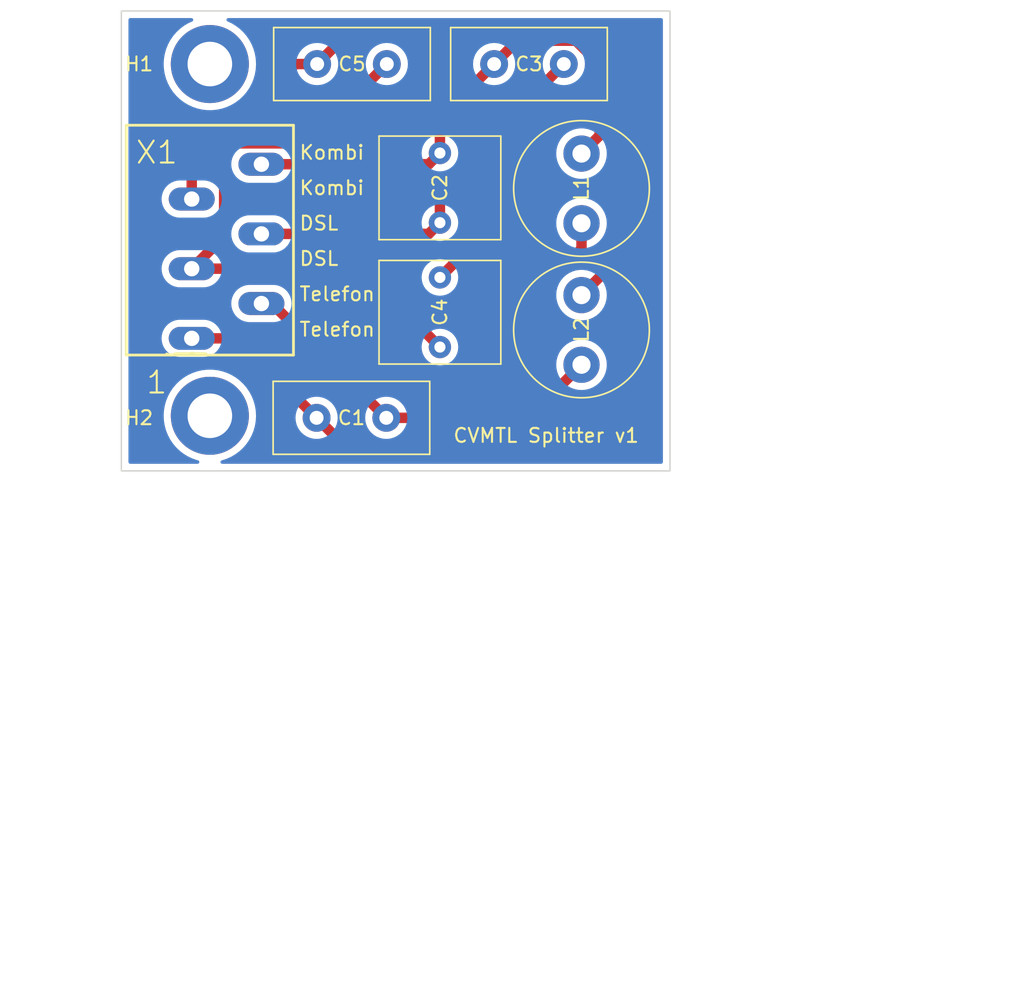
<source format=kicad_pcb>
(kicad_pcb (version 20211014) (generator pcbnew)
  (layers (0 "F.Cu" signal) (31 "B.Cu" signal) (34 "B.Paste" user) (35 "F.Paste" user) (36 "B.SilkS" user "B.Silkscreen") (37 "F.SilkS" user "F.Silkscreen") (38 "B.Mask" user) (39 "F.Mask" user) (44 "Edge.Cuts" user))
  (net 0 "")
  (net 1 "Net-(C1-Pad1)")
  (net 2 "Net-(C1-Pad2)")
  (net 3 "Net-(C2-Pad1)")
  (net 4 "Net-(C2-Pad2)")
  (net 5 "Net-(C4-Pad1)")
  (net 6 "Net-(C4-Pad2)")
  (footprint "Capacitor_THT:C_Rect_L7.2mm_W8.5mm_P5.00mm_FKP2_FKP2_MKS2_MKP2" (layer "F.Cu") (at 128.27 95.21 90)
    (fp_text reference "C2" (at 2.5 0 90) (layer "F.SilkS"))
    (fp_text value "22nF")
    (fp_line (start 6.22 -4.37) (end 6.22 4.37) (layer "F.SilkS") (width 0.12))
    (fp_line (start -1.22 -4.37) (end 6.22 -4.37) (layer "F.SilkS") (width 0.12))
    (fp_line (start -1.22 4.37) (end 6.22 4.37) (layer "F.SilkS") (width 0.12))
    (fp_line (start -1.22 -4.37) (end -1.22 4.37) (layer "F.SilkS") (width 0.12))
    (pad "1" thru_hole circle (at 0 0 90) (size 1.6 1.6) (drill 0.8) (layers *.Cu *.Mask) (net 3 "Net-(C2-Pad1)"))
    (pad "2" thru_hole circle (at 5 0 90) (size 1.6 1.6) (drill 0.8) (layers *.Cu *.Mask) (net 4 "Net-(C2-Pad2)"))
  )
  (footprint "MountingHole:MountingHole_3.2mm_M3_DIN965_Pad_TopBottom" (layer "F.Cu") (at 111.76 109.07271)
    (fp_text reference "H2" (at -5.08 0.14729) (layer "F.SilkS"))
    (fp_text value "MountingHole")
    (pad "1" thru_hole circle (at 0 0) (size 3.6 3.6) (drill 3.2) (layers *.Cu *.Mask))
    (pad "1" connect circle (at 0 0) (size 5.6 5.6) (layers "B.Cu" "B.Mask"))
    (pad "1" connect circle (at 0 0) (size 5.6 5.6) (layers "F.Cu" "F.Mask"))
  )
  (footprint "MountingHole:MountingHole_3.2mm_M3_DIN965_Pad_TopBottom" (layer "F.Cu") (at 111.76 83.82)
    (fp_text reference "H1" (at -5.08 0) (layer "F.SilkS"))
    (fp_text value "MountingHole")
    (pad "1" connect circle (at 0 0) (size 5.6 5.6) (layers "B.Cu" "B.Mask"))
    (pad "1" connect circle (at 0 0) (size 5.6 5.6) (layers "F.Cu" "F.Mask"))
    (pad "1" thru_hole circle (at 0 0) (size 3.6 3.6) (drill 3.2) (layers *.Cu *.Mask))
  )
  (footprint "Inductor_THT:L_Radial_D9.5mm_P5.00mm_Fastron_07HVP" (layer "F.Cu") (at 138.43 105.41 90)
    (fp_text reference "L2" (at 2.5 0 90) (layer "F.SilkS"))
    (fp_text value "470uH")
    (fp_circle (center 2.5 0) (end 7.37 0) (layer "F.SilkS") (width 0.12) (fill none))
    (pad "1" thru_hole circle (at 0 0 90) (size 2.6 2.6) (drill 1.3) (layers *.Cu *.Mask) (net 1 "Net-(C1-Pad1)"))
    (pad "2" thru_hole circle (at 5 0 90) (size 2.6 2.6) (drill 1.3) (layers *.Cu *.Mask) (net 6 "Net-(C4-Pad2)"))
  )
  (footprint "Capacitor_THT:C_Disc_D11.0mm_W5.0mm_P5.00mm" (layer "F.Cu") (at 119.42 109.22)
    (fp_text reference "C1" (at 2.5 0) (layer "F.SilkS"))
    (fp_text value "2.2nF")
    (fp_line (start 8.12 -2.62) (end 8.12 2.62) (layer "F.SilkS") (width 0.12))
    (fp_line (start -3.12 -2.62) (end 8.12 -2.62) (layer "F.SilkS") (width 0.12))
    (fp_line (start -3.12 -2.62) (end -3.12 2.62) (layer "F.SilkS") (width 0.12))
    (fp_line (start -3.12 2.62) (end 8.12 2.62) (layer "F.SilkS") (width 0.12))
    (pad "1" thru_hole circle (at 0 0) (size 2 2) (drill 1) (layers *.Cu *.Mask) (net 1 "Net-(C1-Pad1)"))
    (pad "2" thru_hole circle (at 5 0) (size 2 2) (drill 1) (layers *.Cu *.Mask) (net 2 "Net-(C1-Pad2)"))
  )
  (footprint "wago:P-250-406" (layer "F.Cu") (at 111.76 96.52 180)
    (fp_text reference "X1" (at 3.81 6.35) (layer "F.SilkS") (effects (font (size 1.576913 1.576913))))
    (fp_text value "250-406/000-012")
    (fp_text user "1" (at 3.81 -10.16) (layer "F.SilkS") (effects (font (size 1.575409 1.575409))))
    (fp_line (start 1.238 -8.0806) (end 1.2276 -8.0824) (layer "F.SilkS") (width 0.2))
    (fp_line (start 1.3091 -8.0765) (end 1.2992 -8.0743) (layer "F.SilkS") (width 0.2))
    (fp_line (start 1.4426 -8.0935) (end 1.4347 -8.0933) (layer "F.SilkS") (width 0.2))
    (fp_line (start -6 -8.1935) (end -6 8.3065) (layer "F.SilkS") (width 0.2))
    (fp_line (start 1.4266 -8.0931) (end 1.4226 -8.0929) (layer "F.SilkS") (width 0.2))
    (fp_line (start 1.1743 -8.0895) (end 1.1636 -8.0905) (layer "F.SilkS") (width 0.2))
    (fp_line (start 1.1904 -8.0877) (end 1.1851 -8.0884) (layer "F.SilkS") (width 0.2))
    (fp_line (start 1.4464 -8.1935) (end -6 -8.1935) (layer "F.SilkS") (width 0.2))
    (fp_line (start 2.6116 -8.1648) (end 2.7763 -8.1931) (layer "F.SilkS") (width 0.2))
    (fp_line (start 1.4464 -8.0935) (end 2.4536 -8.0935) (layer "F.SilkS") (width 0.2))
    (fp_line (start 1.1202 -8.0931) (end 1.1093 -8.0933) (layer "F.SilkS") (width 0.2))
    (fp_line (start 0.3 -8.0935) (end 1.0929 -8.0935) (layer "F.SilkS") (width 0.2))
    (fp_line (start 1.3661 -8.0871) (end 1.3569 -8.0857) (layer "F.SilkS") (width 0.2))
    (fp_line (start 1.0983 -8.0935) (end 1.0929 -8.0935) (layer "F.SilkS") (width 0.2))
    (fp_line (start 1.4347 -8.0933) (end 1.4266 -8.0931) (layer "F.SilkS") (width 0.2))
    (fp_line (start 1.4226 -8.0929) (end 1.4184 -8.0926) (layer "F.SilkS") (width 0.2))
    (fp_line (start 1.2842 -8.0707) (end 1.2792 -8.0719) (layer "F.SilkS") (width 0.2))
    (fp_line (start 1.1256 -8.0929) (end 1.1202 -8.0931) (layer "F.SilkS") (width 0.2))
    (fp_line (start -6 8.3065) (end 6 8.3065) (layer "F.SilkS") (width 0.2))
    (fp_line (start 1.3476 -8.0841) (end 1.3382 -8.0824) (layer "F.SilkS") (width 0.2))
    (fp_line (start 1.2792 -8.0719) (end 1.269 -8.0743) (layer "F.SilkS") (width 0.2))
    (fp_line (start 1.4184 -8.0926) (end 1.4101 -8.0921) (layer "F.SilkS") (width 0.2))
    (fp_line (start 1.269 -8.0743) (end 1.2588 -8.0765) (layer "F.SilkS") (width 0.2))
    (fp_line (start 1.2992 -8.0743) (end 1.2893 -8.0719) (layer "F.SilkS") (width 0.2))
    (fp_line (start 1.131 -8.0926) (end 1.1256 -8.0929) (layer "F.SilkS") (width 0.2))
    (fp_line (start 1.2064 -8.0857) (end 1.1958 -8.0871) (layer "F.SilkS") (width 0.2))
    (fp_line (start 6 -8.1935) (end 6 8.3065) (layer "F.SilkS") (width 0.2))
    (fp_line (start 1.2276 -8.0824) (end 1.217 -8.0841) (layer "F.SilkS") (width 0.2))
    (fp_line (start 1.2536 -8.0776) (end 1.238 -8.0806) (layer "F.SilkS") (width 0.2))
    (fp_line (start 1.3752 -8.0884) (end 1.3707 -8.0877) (layer "F.SilkS") (width 0.2))
    (fp_line (start 1.2588 -8.0765) (end 1.2536 -8.0776) (layer "F.SilkS") (width 0.2))
    (fp_line (start 1.3286 -8.0806) (end 1.3189 -8.0786) (layer "F.SilkS") (width 0.2))
    (fp_line (start 1.4464 -8.1935) (end 1.4464 -8.0935) (layer "F.SilkS") (width 0.2))
    (fp_line (start 2.9418 -8.1773) (end 3.1023 -8.1181) (layer "F.SilkS") (width 0.2))
    (fp_line (start 1.2893 -8.0719) (end 1.2842 -8.0707) (layer "F.SilkS") (width 0.2))
    (fp_line (start 1.3841 -8.0895) (end 1.3752 -8.0884) (layer "F.SilkS") (width 0.2))
    (fp_line (start 2.4536 -8.0935) (end 2.6116 -8.1648) (layer "F.SilkS") (width 0.2))
    (fp_line (start 1.1093 -8.0933) (end 1.0983 -8.0935) (layer "F.SilkS") (width 0.2))
    (fp_line (start 1.1958 -8.0871) (end 1.1904 -8.0877) (layer "F.SilkS") (width 0.2))
    (fp_line (start 1.217 -8.0841) (end 1.2064 -8.0857) (layer "F.SilkS") (width 0.2))
    (fp_line (start 1.3382 -8.0824) (end 1.3286 -8.0806) (layer "F.SilkS") (width 0.2))
    (fp_line (start 2.7763 -8.1931) (end 2.9418 -8.1773) (layer "F.SilkS") (width 0.2))
    (fp_line (start 1.314 -8.0776) (end 1.3091 -8.0765) (layer "F.SilkS") (width 0.2))
    (fp_line (start 1.4464 -8.0935) (end 1.4426 -8.0935) (layer "F.SilkS") (width 0.2))
    (fp_line (start 1.3569 -8.0857) (end 1.3476 -8.0841) (layer "F.SilkS") (width 0.2))
    (fp_line (start 1.0929 -8.1935) (end 1.0929 -8.0935) (layer "F.SilkS") (width 0.2))
    (fp_line (start 1.4016 -8.0913) (end 1.3929 -8.0905) (layer "F.SilkS") (width 0.2))
    (fp_line (start 1.1419 -8.0921) (end 1.131 -8.0926) (layer "F.SilkS") (width 0.2))
    (fp_line (start 1.1851 -8.0884) (end 1.1743 -8.0895) (layer "F.SilkS") (width 0.2))
    (fp_line (start 1.4101 -8.0921) (end 1.4016 -8.0913) (layer "F.SilkS") (width 0.2))
    (fp_line (start 1.1636 -8.0905) (end 1.1527 -8.0913) (layer "F.SilkS") (width 0.2))
    (fp_line (start 6 -8.1935) (end 1.4464 -8.1935) (layer "F.SilkS") (width 0.2))
    (fp_line (start 1.3707 -8.0877) (end 1.3661 -8.0871) (layer "F.SilkS") (width 0.2))
    (fp_line (start 1.3929 -8.0905) (end 1.3841 -8.0895) (layer "F.SilkS") (width 0.2))
    (fp_line (start 1.1527 -8.0913) (end 1.1419 -8.0921) (layer "F.SilkS") (width 0.2))
    (fp_line (start 1.3189 -8.0786) (end 1.314 -8.0776) (layer "F.SilkS") (width 0.2))
    (pad "L1" thru_hole oval locked (at 1.3 -6.9935 180) (size 3.3 1.65) (drill 1.1) (layers *.Cu *.Mask) (net 1 "Net-(C1-Pad1)"))
    (pad "L2" thru_hole oval locked (at -3.7 -4.4935 180) (size 3.3 1.65) (drill 1.1) (layers *.Cu *.Mask) (net 2 "Net-(C1-Pad2)"))
    (pad "L3" thru_hole oval locked (at 1.3 -1.9935 180) (size 3.3 1.65) (drill 1.1) (layers *.Cu *.Mask) (net 5 "Net-(C4-Pad1)"))
    (pad "L4" thru_hole oval locked (at -3.7 0.5065 180) (size 3.3 1.65) (drill 1.1) (layers *.Cu *.Mask) (net 3 "Net-(C2-Pad1)"))
    (pad "L5" thru_hole oval locked (at 1.3 3.0065 180) (size 3.3 1.65) (drill 1.1) (layers *.Cu *.Mask) (net 6 "Net-(C4-Pad2)"))
    (pad "L6" thru_hole oval locked (at -3.7 5.5065 180) (size 3.3 1.65) (drill 1.1) (layers *.Cu *.Mask) (net 4 "Net-(C2-Pad2)"))
  )
  (footprint "Capacitor_THT:C_Disc_D11.0mm_W5.0mm_P5.00mm" (layer "F.Cu") (at 124.46 83.82 180)
    (fp_text reference "C5" (at 2.5 0) (layer "F.SilkS"))
    (fp_text value "4.7nF")
    (fp_line (start -3.12 2.62) (end 8.12 2.62) (layer "F.SilkS") (width 0.12))
    (fp_line (start 8.12 -2.62) (end 8.12 2.62) (layer "F.SilkS") (width 0.12))
    (fp_line (start -3.12 -2.62) (end -3.12 2.62) (layer "F.SilkS") (width 0.12))
    (fp_line (start -3.12 -2.62) (end 8.12 -2.62) (layer "F.SilkS") (width 0.12))
    (pad "1" thru_hole circle (at 0 0 180) (size 2 2) (drill 1) (layers *.Cu *.Mask) (net 5 "Net-(C4-Pad1)"))
    (pad "2" thru_hole circle (at 5 0 180) (size 2 2) (drill 1) (layers *.Cu *.Mask) (net 6 "Net-(C4-Pad2)"))
  )
  (footprint "Capacitor_THT:C_Disc_D11.0mm_W5.0mm_P5.00mm" (layer "F.Cu") (at 137.16 83.82 180)
    (fp_text reference "C3" (at 2.5 0) (layer "F.SilkS"))
    (fp_text value "4.7nF")
    (fp_line (start -3.12 -2.62) (end 8.12 -2.62) (layer "F.SilkS") (width 0.12))
    (fp_line (start -3.12 -2.62) (end -3.12 2.62) (layer "F.SilkS") (width 0.12))
    (fp_line (start 8.12 -2.62) (end 8.12 2.62) (layer "F.SilkS") (width 0.12))
    (fp_line (start -3.12 2.62) (end 8.12 2.62) (layer "F.SilkS") (width 0.12))
    (pad "1" thru_hole circle (at 0 0 180) (size 2 2) (drill 1) (layers *.Cu *.Mask) (net 3 "Net-(C2-Pad1)"))
    (pad "2" thru_hole circle (at 5 0 180) (size 2 2) (drill 1) (layers *.Cu *.Mask) (net 4 "Net-(C2-Pad2)"))
  )
  (footprint "Capacitor_THT:C_Rect_L7.2mm_W8.5mm_P5.00mm_FKP2_FKP2_MKS2_MKP2" (layer "F.Cu") (at 128.27 104.14 90)
    (fp_text reference "C4" (at 2.5 0 90) (layer "F.SilkS"))
    (fp_text value "22nF")
    (fp_line (start -1.22 4.37) (end 6.22 4.37) (layer "F.SilkS") (width 0.12))
    (fp_line (start 6.22 -4.37) (end 6.22 4.37) (layer "F.SilkS") (width 0.12))
    (fp_line (start -1.22 -4.37) (end -1.22 4.37) (layer "F.SilkS") (width 0.12))
    (fp_line (start -1.22 -4.37) (end 6.22 -4.37) (layer "F.SilkS") (width 0.12))
    (pad "1" thru_hole circle (at 0 0 90) (size 1.6 1.6) (drill 0.8) (layers *.Cu *.Mask) (net 5 "Net-(C4-Pad1)"))
    (pad "2" thru_hole circle (at 5 0 90) (size 1.6 1.6) (drill 0.8) (layers *.Cu *.Mask) (net 6 "Net-(C4-Pad2)"))
  )
  (footprint "Inductor_THT:L_Radial_D9.5mm_P5.00mm_Fastron_07HVP" (layer "F.Cu") (at 138.43 95.25 90)
    (fp_text reference "L1" (at 2.5 0 90) (layer "F.SilkS"))
    (fp_text value "470uH")
    (fp_circle (center 2.5 0) (end 7.37 0) (layer "F.SilkS") (width 0.12) (fill none))
    (pad "1" thru_hole circle (at 0 0 90) (size 2.6 2.6) (drill 1.3) (layers *.Cu *.Mask) (net 2 "Net-(C1-Pad2)"))
    (pad "2" thru_hole circle (at 5 0 90) (size 2.6 2.6) (drill 1.3) (layers *.Cu *.Mask) (net 4 "Net-(C2-Pad2)"))
  )
  (gr_rect (start 105.41 80.01) (end 144.78 113.03) (layer "Edge.Cuts") (width 0.1) (fill none))
  (gr_text "Telefon" (at 118.11 100.33) (layer "F.SilkS") (effects (font (size 1 1)) (justify left)))
  (gr_text "CVMTL Splitter v1" (at 135.89 110.49) (layer "F.SilkS") (effects (font (size 1 1))))
  (gr_text "Kombi" (at 118.11 90.17) (layer "F.SilkS") (effects (font (size 1 1)) (justify left)))
  (gr_text "DSL" (at 118.11 97.79) (layer "F.SilkS") (effects (font (size 1 1)) (justify left)))
  (gr_text "Telefon" (at 118.11 102.87) (layer "F.SilkS") (effects (font (size 1 1)) (justify left)))
  (gr_text "Kombi" (at 118.11 92.71) (layer "F.SilkS") (effects (font (size 1 1)) (justify left)))
  (gr_text "DSL" (at 118.11 95.25) (layer "F.SilkS") (effects (font (size 1 1)) (justify left)))
  (segment (start 121.96 111.76) (end 132.08 111.76) (width 0.75) (layer "F.Cu") (net 1))
  (segment (start 132.08 111.76) (end 138.43 105.41) (width 0.75) (layer "F.Cu") (net 1))
  (segment (start 119.42 109.22) (end 121.96 111.76) (width 0.75) (layer "F.Cu") (net 1))
  (segment (start 110.46 103.5135) (end 113.7135 103.5135) (width 0.75) (layer "F.Cu") (net 1))
  (segment (start 113.7135 103.5135) (end 119.42 109.22) (width 0.75) (layer "F.Cu") (net 1))
  (segment (start 138.43 97.088477) (end 126.298477 109.22) (width 0.75) (layer "F.Cu") (net 2))
  (segment (start 115.46 101.0135) (end 116.2135 101.0135) (width 0.75) (layer "F.Cu") (net 2))
  (segment (start 126.298477 109.22) (end 124.42 109.22) (width 0.75) (layer "F.Cu") (net 2))
  (segment (start 116.2135 101.0135) (end 124.42 109.22) (width 0.75) (layer "F.Cu") (net 2))
  (segment (start 138.43 95.25) (end 138.43 97.088477) (width 0.75) (layer "F.Cu") (net 2))
  (segment (start 115.46 96.0135) (end 127.4665 96.0135) (width 0.75) (layer "F.Cu") (net 3))
  (segment (start 127.4665 96.0135) (end 128.27 95.21) (width 0.75) (layer "F.Cu") (net 3))
  (segment (start 128.27 92.71) (end 137.16 83.82) (width 0.75) (layer "F.Cu") (net 3))
  (segment (start 128.27 95.21) (end 128.27 92.71) (width 0.75) (layer "F.Cu") (net 3))
  (segment (start 133.834511 82.145489) (end 138.025489 82.145489) (width 0.75) (layer "F.Cu") (net 4))
  (segment (start 132.16 83.82) (end 133.834511 82.145489) (width 0.75) (layer "F.Cu") (net 4))
  (segment (start 139.73 83.85) (end 139.73 88.95) (width 0.75) (layer "F.Cu") (net 4))
  (segment (start 139.73 88.95) (end 138.43 90.25) (width 0.75) (layer "F.Cu") (net 4))
  (segment (start 128.27 90.21) (end 128.27 87.71) (width 0.75) (layer "F.Cu") (net 4))
  (segment (start 138.025489 82.145489) (end 139.73 83.85) (width 0.75) (layer "F.Cu") (net 4))
  (segment (start 127.4665 91.0135) (end 128.27 90.21) (width 0.75) (layer "F.Cu") (net 4))
  (segment (start 128.27 87.71) (end 132.16 83.82) (width 0.75) (layer "F.Cu") (net 4))
  (segment (start 115.46 91.0135) (end 127.4665 91.0135) (width 0.75) (layer "F.Cu") (net 4))
  (segment (start 124.46 83.82) (end 118.76602 89.51398) (width 0.75) (layer "F.Cu") (net 5))
  (segment (start 112.78452 96.18898) (end 110.46 98.5135) (width 0.75) (layer "F.Cu") (net 5))
  (segment (start 128.27 104.14) (end 122.6435 98.5135) (width 0.75) (layer "F.Cu") (net 5))
  (segment (start 122.6435 98.5135) (end 110.46 98.5135) (width 0.75) (layer "F.Cu") (net 5))
  (segment (start 112.78452 90.41548) (end 112.78452 96.18898) (width 0.75) (layer "F.Cu") (net 5))
  (segment (start 113.68602 89.51398) (end 112.78452 90.41548) (width 0.75) (layer "F.Cu") (net 5))
  (segment (start 118.76602 89.51398) (end 113.68602 89.51398) (width 0.75) (layer "F.Cu") (net 5))
  (segment (start 117.895754 83.82) (end 119.46 83.82) (width 0.75) (layer "F.Cu") (net 6))
  (segment (start 122.184031 81.095969) (end 119.46 83.82) (width 0.75) (layer "F.Cu") (net 6))
  (segment (start 110.46 93.5135) (end 110.46 91.255754) (width 0.75) (layer "F.Cu") (net 6))
  (segment (start 138.460215 81.095969) (end 122.184031 81.095969) (width 0.75) (layer "F.Cu") (net 6))
  (segment (start 140.77952 98.06048) (end 140.77952 92.51952) (width 0.75) (layer "F.Cu") (net 6))
  (segment (start 140.77952 83.415274) (end 138.460215 81.095969) (width 0.75) (layer "F.Cu") (net 6))
  (segment (start 110.46 91.255754) (end 117.895754 83.82) (width 0.75) (layer "F.Cu") (net 6))
  (segment (start 140.77952 92.51952) (end 140.77952 83.415274) (width 0.75) (layer "F.Cu") (net 6))
  (segment (start 134.89048 92.51952) (end 128.27 99.14) (width 0.75) (layer "F.Cu") (net 6))
  (segment (start 140.77952 92.51952) (end 134.89048 92.51952) (width 0.75) (layer "F.Cu") (net 6))
  (segment (start 138.43 100.41) (end 140.77952 98.06048) (width 0.75) (layer "F.Cu") (net 6))
  (zone (net 0) (net_name "") (layer "B.Cu") (connect_pads (clearance 0.508)) (min_thickness 0.254) (fill yes (thermal_gap 0.508) (thermal_bridge_width 0.508))
    (polygon (pts (xy 144.78 113.03) (xy 105.41 113.03) (xy 105.41 80.01) (xy 144.78 80.01)))
  )
)
</source>
